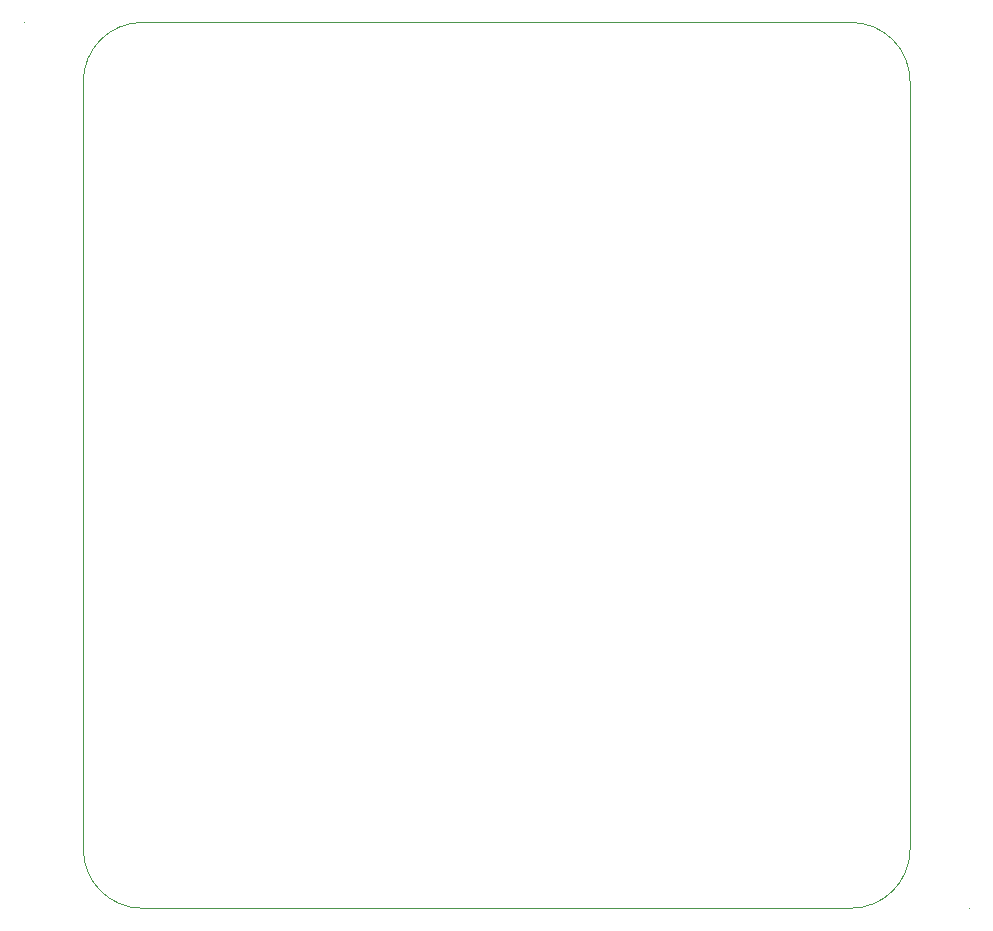
<source format=gm1>
G04 #@! TF.GenerationSoftware,KiCad,Pcbnew,no-vcs-found-feba091~58~ubuntu16.04.1*
G04 #@! TF.CreationDate,2017-06-29T14:48:15+01:00*
G04 #@! TF.ProjectId,TOAD,544F41442E6B696361645F7063620000,rev?*
G04 #@! TF.FileFunction,Profile,NP*
%FSLAX46Y46*%
G04 Gerber Fmt 4.6, Leading zero omitted, Abs format (unit mm)*
G04 Created by KiCad (PCBNEW no-vcs-found-feba091~58~ubuntu16.04.1) date Thu Jun 29 14:48:15 2017*
%MOMM*%
%LPD*%
G01*
G04 APERTURE LIST*
%ADD10C,0.100000*%
G04 APERTURE END LIST*
D10*
X60000000Y-55000000D02*
X60000000Y-55000000D01*
X120000000Y-55000000D02*
X60000000Y-55000000D01*
X125000000Y-60000000D02*
X125000000Y-60000000D01*
X125000000Y-125000000D02*
X125000000Y-60000000D01*
X60000000Y-130000000D02*
X120000000Y-130000000D01*
X55000000Y-60000000D02*
X55000000Y-125000000D01*
X125000000Y-125000000D02*
G75*
G02X120000000Y-130000000I-5000000J0D01*
G01*
X60000000Y-130000000D02*
G75*
G02X55000000Y-125000000I0J5000000D01*
G01*
X55000000Y-60000000D02*
G75*
G02X60000000Y-55000000I5000000J0D01*
G01*
X120000000Y-55000000D02*
G75*
G02X125000000Y-60000000I0J-5000000D01*
G01*
X50000000Y-55000000D02*
X50000000Y-55000000D01*
X60000000Y-130000000D02*
X60000000Y-130000000D01*
X130000000Y-130000000D02*
X130000000Y-130000000D01*
M02*

</source>
